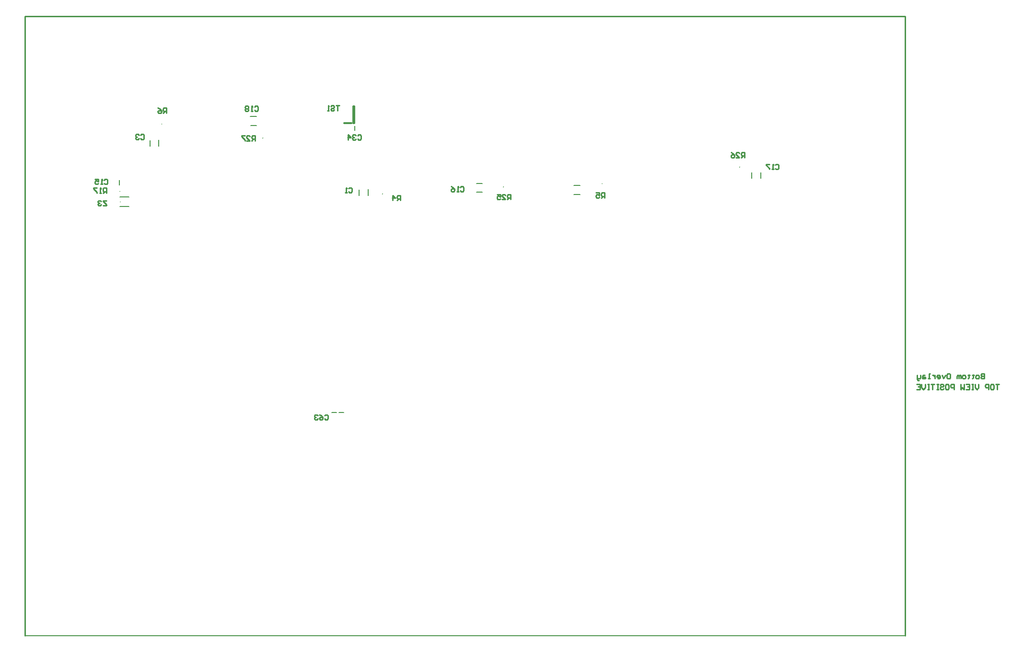
<source format=gbo>
G04*
G04 #@! TF.GenerationSoftware,Altium Limited,Altium Designer,20.0.13 (296)*
G04*
G04 Layer_Color=32896*
%FSLAX43Y43*%
%MOMM*%
G71*
G01*
G75*
%ADD10C,0.200*%
%ADD12C,0.254*%
%ADD14C,0.152*%
%ADD15C,0.300*%
%ADD16C,0.220*%
D10*
X16814Y76700D02*
G03*
X16814Y76700I-53J0D01*
G01*
X126208Y82869D02*
G03*
X126208Y82869I-50J0D01*
G01*
X84523Y79338D02*
G03*
X84523Y79338I-50J0D01*
G01*
X24175Y90424D02*
G03*
X24175Y90424I-50J0D01*
G01*
X101921Y79914D02*
G03*
X101921Y79914I-50J0D01*
G01*
X63165Y78111D02*
G03*
X63165Y78111I-50J0D01*
G01*
X42029Y88018D02*
G03*
X42029Y88018I-50J0D01*
G01*
X16751Y78594D02*
G03*
X16751Y78594I-50J0D01*
G01*
X0Y-0D02*
X155414D01*
X59011Y77843D02*
Y78884D01*
X60586Y77855D02*
Y78897D01*
X16748Y75850D02*
X18348D01*
X16748Y77550D02*
X18348D01*
X129947Y80855D02*
Y81896D01*
X128373Y80842D02*
Y81884D01*
X79708Y79978D02*
X80750D01*
X79721Y78403D02*
X80763D01*
X39833Y90236D02*
X40875D01*
X39821Y91811D02*
X40862D01*
X22073Y86567D02*
Y87609D01*
X23647Y86580D02*
Y87621D01*
X96962Y78014D02*
X98003D01*
X96949Y79589D02*
X97991D01*
D12*
X169414Y46352D02*
Y45452D01*
X168965D01*
X168815Y45602D01*
Y45752D01*
X168965Y45902D01*
X169414D01*
X168965D01*
X168815Y46052D01*
Y46202D01*
X168965Y46352D01*
X169414D01*
X168365Y45452D02*
X168065D01*
X167915Y45602D01*
Y45902D01*
X168065Y46052D01*
X168365D01*
X168515Y45902D01*
Y45602D01*
X168365Y45452D01*
X167465Y46202D02*
Y46052D01*
X167615D01*
X167315D01*
X167465D01*
Y45602D01*
X167315Y45452D01*
X166715Y46202D02*
Y46052D01*
X166865D01*
X166565D01*
X166715D01*
Y45602D01*
X166565Y45452D01*
X165966D02*
X165666D01*
X165516Y45602D01*
Y45902D01*
X165666Y46052D01*
X165966D01*
X166116Y45902D01*
Y45602D01*
X165966Y45452D01*
X165216D02*
Y46052D01*
X165066D01*
X164916Y45902D01*
Y45452D01*
Y45902D01*
X164766Y46052D01*
X164616Y45902D01*
Y45452D01*
X162967Y46352D02*
X163266D01*
X163416Y46202D01*
Y45602D01*
X163266Y45452D01*
X162967D01*
X162817Y45602D01*
Y46202D01*
X162967Y46352D01*
X162517Y46052D02*
X162217Y45452D01*
X161917Y46052D01*
X161167Y45452D02*
X161467D01*
X161617Y45602D01*
Y45902D01*
X161467Y46052D01*
X161167D01*
X161017Y45902D01*
Y45752D01*
X161617D01*
X160717Y46052D02*
Y45452D01*
Y45752D01*
X160567Y45902D01*
X160417Y46052D01*
X160267D01*
X159818Y45452D02*
X159518D01*
X159668D01*
Y46352D01*
X159818D01*
X158918Y46052D02*
X158618D01*
X158468Y45902D01*
Y45452D01*
X158918D01*
X159068Y45602D01*
X158918Y45752D01*
X158468D01*
X158168Y46052D02*
Y45602D01*
X158018Y45452D01*
X157568D01*
Y45302D01*
X157718Y45153D01*
X157868D01*
X157568Y45452D02*
Y46052D01*
X171995Y44466D02*
X171395D01*
X171695D01*
Y43566D01*
X170645Y44466D02*
X170945D01*
X171095Y44316D01*
Y43716D01*
X170945Y43566D01*
X170645D01*
X170495Y43716D01*
Y44316D01*
X170645Y44466D01*
X170195Y43566D02*
Y44466D01*
X169745D01*
X169595Y44316D01*
Y44016D01*
X169745Y43866D01*
X170195D01*
X168396Y44466D02*
Y43866D01*
X168096Y43566D01*
X167796Y43866D01*
Y44466D01*
X167496D02*
X167196D01*
X167346D01*
Y43566D01*
X167496D01*
X167196D01*
X166147Y44466D02*
X166746D01*
Y43566D01*
X166147D01*
X166746Y44016D02*
X166446D01*
X165847Y44466D02*
Y43566D01*
X165547Y43866D01*
X165247Y43566D01*
Y44466D01*
X164047Y43566D02*
Y44466D01*
X163597D01*
X163447Y44316D01*
Y44016D01*
X163597Y43866D01*
X164047D01*
X162698Y44466D02*
X162998D01*
X163148Y44316D01*
Y43716D01*
X162998Y43566D01*
X162698D01*
X162548Y43716D01*
Y44316D01*
X162698Y44466D01*
X161648Y44316D02*
X161798Y44466D01*
X162098D01*
X162248Y44316D01*
Y44166D01*
X162098Y44016D01*
X161798D01*
X161648Y43866D01*
Y43716D01*
X161798Y43566D01*
X162098D01*
X162248Y43716D01*
X161348Y44466D02*
X161048D01*
X161198D01*
Y43566D01*
X161348D01*
X161048D01*
X160598Y44466D02*
X159999D01*
X160298D01*
Y43566D01*
X159699Y44466D02*
X159399D01*
X159549D01*
Y43566D01*
X159699D01*
X159399D01*
X158949Y44466D02*
Y43866D01*
X158649Y43566D01*
X158349Y43866D01*
Y44466D01*
X157449D02*
X158049D01*
Y43566D01*
X157449D01*
X158049Y44016D02*
X157749D01*
X52891Y38946D02*
X53041Y39096D01*
X53341D01*
X53491Y38946D01*
Y38346D01*
X53341Y38196D01*
X53041D01*
X52891Y38346D01*
X51991Y39096D02*
X52291Y38946D01*
X52591Y38646D01*
Y38346D01*
X52441Y38196D01*
X52141D01*
X51991Y38346D01*
Y38496D01*
X52141Y38646D01*
X52591D01*
X51692Y38946D02*
X51542Y39096D01*
X51242D01*
X51092Y38946D01*
Y38796D01*
X51242Y38646D01*
X51392D01*
X51242D01*
X51092Y38496D01*
Y38346D01*
X51242Y38196D01*
X51542D01*
X51692Y38346D01*
X40628Y87510D02*
Y88410D01*
X40178D01*
X40028Y88260D01*
Y87960D01*
X40178Y87810D01*
X40628D01*
X40328D02*
X40028Y87510D01*
X39128D02*
X39728D01*
X39128Y88110D01*
Y88260D01*
X39278Y88410D01*
X39578D01*
X39728Y88260D01*
X38828Y88410D02*
X38229D01*
Y88260D01*
X38828Y87660D01*
Y87510D01*
X57147Y79075D02*
X57297Y79225D01*
X57597D01*
X57747Y79075D01*
Y78476D01*
X57597Y78326D01*
X57297D01*
X57147Y78476D01*
X56847Y78326D02*
X56548D01*
X56698D01*
Y79225D01*
X56847Y79075D01*
X20419Y88496D02*
X20569Y88646D01*
X20869D01*
X21019Y88496D01*
Y87896D01*
X20869Y87746D01*
X20569D01*
X20419Y87896D01*
X20119Y88496D02*
X19969Y88646D01*
X19669D01*
X19519Y88496D01*
Y88346D01*
X19669Y88196D01*
X19819D01*
X19669D01*
X19519Y88046D01*
Y87896D01*
X19669Y87746D01*
X19969D01*
X20119Y87896D01*
X13991Y80578D02*
X14141Y80728D01*
X14441D01*
X14591Y80578D01*
Y79979D01*
X14441Y79829D01*
X14141D01*
X13991Y79979D01*
X13691Y79829D02*
X13392D01*
X13541D01*
Y80728D01*
X13691Y80578D01*
X12342Y80728D02*
X12942D01*
Y80279D01*
X12642Y80429D01*
X12492D01*
X12342Y80279D01*
Y79979D01*
X12492Y79829D01*
X12792D01*
X12942Y79979D01*
X66307Y76946D02*
Y77845D01*
X65857D01*
X65707Y77695D01*
Y77395D01*
X65857Y77245D01*
X66307D01*
X66007D02*
X65707Y76946D01*
X64957D02*
Y77845D01*
X65407Y77395D01*
X64808D01*
X102355Y77405D02*
Y78304D01*
X101905D01*
X101755Y78154D01*
Y77854D01*
X101905Y77704D01*
X102355D01*
X102055D02*
X101755Y77405D01*
X100855Y78304D02*
X101455D01*
Y77854D01*
X101155Y78004D01*
X101005D01*
X100855Y77854D01*
Y77555D01*
X101005Y77405D01*
X101305D01*
X101455Y77555D01*
X24976Y92396D02*
Y93295D01*
X24526D01*
X24376Y93145D01*
Y92845D01*
X24526Y92695D01*
X24976D01*
X24676D02*
X24376Y92396D01*
X23476Y93295D02*
X23776Y93145D01*
X24076Y92845D01*
Y92545D01*
X23926Y92396D01*
X23626D01*
X23476Y92545D01*
Y92695D01*
X23626Y92845D01*
X24076D01*
X14353Y78249D02*
Y79149D01*
X13903D01*
X13753Y78999D01*
Y78699D01*
X13903Y78549D01*
X14353D01*
X14053D02*
X13753Y78249D01*
X13453D02*
X13153D01*
X13303D01*
Y79149D01*
X13453Y78999D01*
X12703Y79149D02*
X12103D01*
Y78999D01*
X12703Y78399D01*
Y78249D01*
X85747Y77125D02*
Y78024D01*
X85298D01*
X85148Y77874D01*
Y77574D01*
X85298Y77424D01*
X85747D01*
X85447D02*
X85148Y77125D01*
X84248D02*
X84848D01*
X84248Y77724D01*
Y77874D01*
X84398Y78024D01*
X84698D01*
X84848Y77874D01*
X83348Y78024D02*
X83948D01*
Y77574D01*
X83648Y77724D01*
X83498D01*
X83348Y77574D01*
Y77274D01*
X83498Y77125D01*
X83798D01*
X83948Y77274D01*
X14365Y76943D02*
X13765D01*
Y76793D01*
X14365Y76193D01*
Y76043D01*
X13765D01*
X13466Y76793D02*
X13316Y76943D01*
X13016D01*
X12866Y76793D01*
Y76643D01*
X13016Y76493D01*
X13166D01*
X13016D01*
X12866Y76343D01*
Y76193D01*
X13016Y76043D01*
X13316D01*
X13466Y76193D01*
X40519Y93483D02*
X40669Y93633D01*
X40969D01*
X41119Y93483D01*
Y92883D01*
X40969Y92733D01*
X40669D01*
X40519Y92883D01*
X40219Y92733D02*
X39919D01*
X40069D01*
Y93633D01*
X40219Y93483D01*
X39469D02*
X39320Y93633D01*
X39020D01*
X38870Y93483D01*
Y93333D01*
X39020Y93183D01*
X38870Y93033D01*
Y92883D01*
X39020Y92733D01*
X39320D01*
X39469Y92883D01*
Y93033D01*
X39320Y93183D01*
X39469Y93333D01*
Y93483D01*
X39320Y93183D02*
X39020D01*
X76873Y79295D02*
X77023Y79445D01*
X77323D01*
X77473Y79295D01*
Y78695D01*
X77323Y78545D01*
X77023D01*
X76873Y78695D01*
X76573Y78545D02*
X76273D01*
X76423D01*
Y79445D01*
X76573Y79295D01*
X75224Y79445D02*
X75524Y79295D01*
X75823Y78995D01*
Y78695D01*
X75673Y78545D01*
X75374D01*
X75224Y78695D01*
Y78845D01*
X75374Y78995D01*
X75823D01*
X132500Y83216D02*
X132650Y83366D01*
X132950D01*
X133100Y83216D01*
Y82617D01*
X132950Y82467D01*
X132650D01*
X132500Y82617D01*
X132200Y82467D02*
X131900D01*
X132050D01*
Y83366D01*
X132200Y83216D01*
X131450Y83366D02*
X130851D01*
Y83216D01*
X131450Y82617D01*
Y82467D01*
X127077Y84542D02*
Y85441D01*
X126627D01*
X126477Y85291D01*
Y84991D01*
X126627Y84841D01*
X127077D01*
X126777D02*
X126477Y84542D01*
X125577D02*
X126177D01*
X125577Y85141D01*
Y85291D01*
X125727Y85441D01*
X126027D01*
X126177Y85291D01*
X124677Y85441D02*
X124977Y85291D01*
X125277Y84991D01*
Y84691D01*
X125127Y84542D01*
X124827D01*
X124677Y84691D01*
Y84841D01*
X124827Y84991D01*
X125277D01*
X58731Y88405D02*
X58881Y88555D01*
X59181D01*
X59331Y88405D01*
Y87805D01*
X59181Y87656D01*
X58881D01*
X58731Y87805D01*
X58431Y88405D02*
X58281Y88555D01*
X57981D01*
X57831Y88405D01*
Y88255D01*
X57981Y88105D01*
X58131D01*
X57981D01*
X57831Y87955D01*
Y87805D01*
X57981Y87656D01*
X58281D01*
X58431Y87805D01*
X57082Y87656D02*
Y88555D01*
X57532Y88105D01*
X56932D01*
X55494Y93714D02*
X54894D01*
X55194D01*
Y92814D01*
X53994Y93564D02*
X54144Y93714D01*
X54444D01*
X54594Y93564D01*
Y93414D01*
X54444Y93264D01*
X54144D01*
X53994Y93114D01*
Y92964D01*
X54144Y92814D01*
X54444D01*
X54594Y92964D01*
X53694Y92814D02*
X53394D01*
X53544D01*
Y93714D01*
X53694Y93564D01*
D14*
X54210Y39484D02*
X55010D01*
X55480Y39510D02*
X56280D01*
X16650Y79737D02*
Y80537D01*
X58242Y89329D02*
Y90129D01*
D15*
X57980Y90652D02*
X58130D01*
Y93572D01*
X57980D02*
X58130D01*
X57980Y90652D02*
Y93572D01*
X56380Y90612D02*
X57630D01*
D16*
X-0Y109503D02*
X155414Y109503D01*
X155414Y-0D01*
X-0Y109504D02*
X0Y0D01*
M02*

</source>
